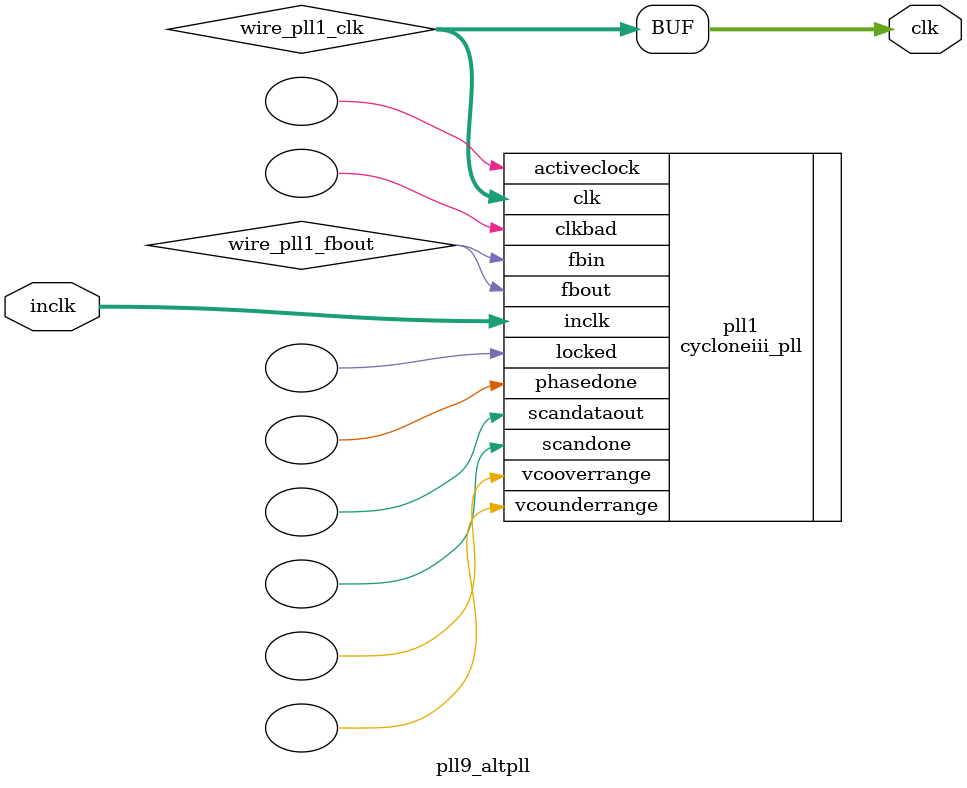
<source format=v>






//synthesis_resources = cycloneiii_pll 1 
//synopsys translate_off
`timescale 1 ps / 1 ps
//synopsys translate_on
module  pll9_altpll
	( 
	clk,
	inclk) /* synthesis synthesis_clearbox=1 */;
	output   [4:0]  clk;
	input   [1:0]  inclk;
`ifndef ALTERA_RESERVED_QIS
// synopsys translate_off
`endif
	tri0   [1:0]  inclk;
`ifndef ALTERA_RESERVED_QIS
// synopsys translate_on
`endif

	wire  [4:0]   wire_pll1_clk;
	wire  wire_pll1_fbout;

	cycloneiii_pll   pll1
	( 
	.activeclock(),
	.clk(wire_pll1_clk),
	.clkbad(),
	.fbin(wire_pll1_fbout),
	.fbout(wire_pll1_fbout),
	.inclk(inclk),
	.locked(),
	.phasedone(),
	.scandataout(),
	.scandone(),
	.vcooverrange(),
	.vcounderrange()
	`ifndef FORMAL_VERIFICATION
	// synopsys translate_off
	`endif
	,
	.areset(1'b0),
	.clkswitch(1'b0),
	.configupdate(1'b0),
	.pfdena(1'b1),
	.phasecounterselect({3{1'b0}}),
	.phasestep(1'b0),
	.phaseupdown(1'b0),
	.scanclk(1'b0),
	.scanclkena(1'b1),
	.scandata(1'b0)
	`ifndef FORMAL_VERIFICATION
	// synopsys translate_on
	`endif
	);
	defparam
		pll1.bandwidth_type = "auto",
		pll1.clk0_divide_by = 10,
		pll1.clk0_duty_cycle = 50,
		pll1.clk0_multiply_by = 1,
		pll1.clk0_phase_shift = "0",
		pll1.clk1_divide_by = 25,
		pll1.clk1_duty_cycle = 50,
		pll1.clk1_multiply_by = 1,
		pll1.clk1_phase_shift = "0",
		pll1.clk2_divide_by = 50,
		pll1.clk2_duty_cycle = 50,
		pll1.clk2_multiply_by = 1,
		pll1.clk2_phase_shift = "0",
		pll1.compensate_clock = "clk0",
		pll1.inclk0_input_frequency = 10000,
		pll1.operation_mode = "normal",
		pll1.pll_type = "auto",
		pll1.lpm_type = "cycloneiii_pll";
	assign
		clk = {wire_pll1_clk[4:0]};
endmodule //pll9_altpll
//VALID FILE

</source>
